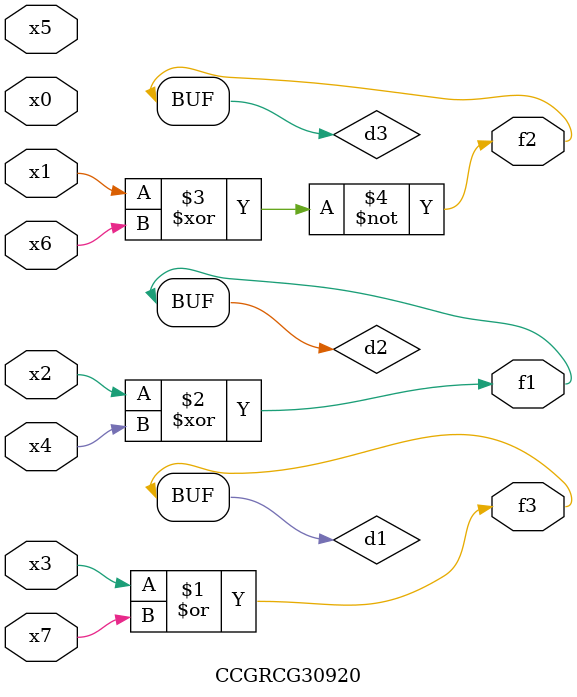
<source format=v>
module CCGRCG30920(
	input x0, x1, x2, x3, x4, x5, x6, x7,
	output f1, f2, f3
);

	wire d1, d2, d3;

	or (d1, x3, x7);
	xor (d2, x2, x4);
	xnor (d3, x1, x6);
	assign f1 = d2;
	assign f2 = d3;
	assign f3 = d1;
endmodule

</source>
